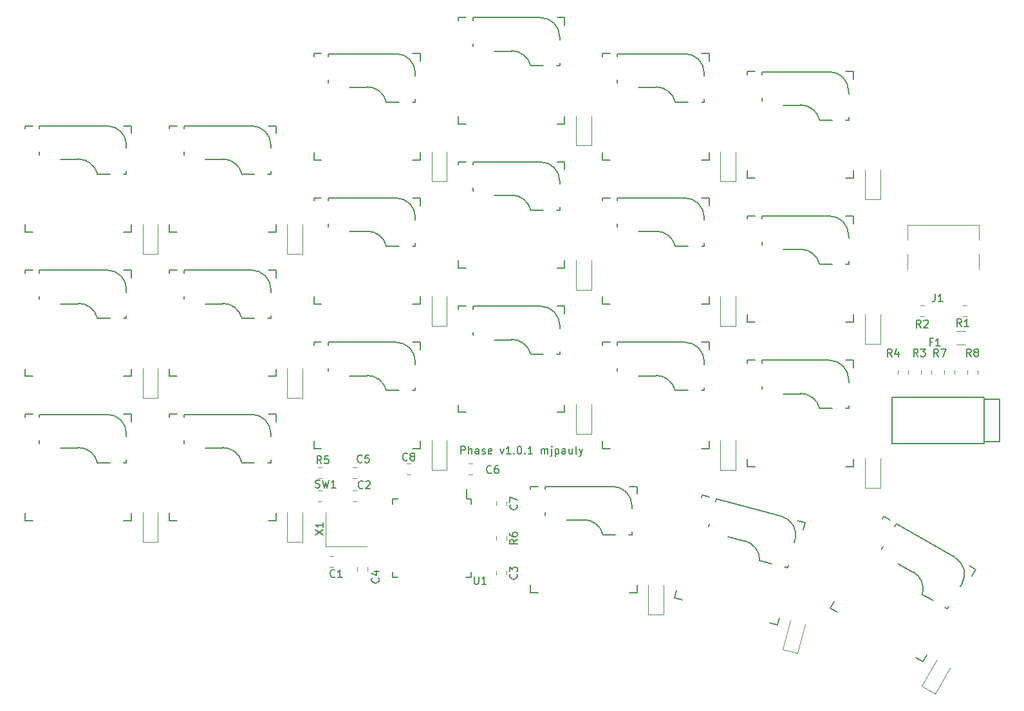
<source format=gbr>
%TF.GenerationSoftware,KiCad,Pcbnew,(5.1.10-1-10_14)*%
%TF.CreationDate,2022-01-29T17:31:24-08:00*%
%TF.ProjectId,phase,70686173-652e-46b6-9963-61645f706362,v1.0.1*%
%TF.SameCoordinates,Original*%
%TF.FileFunction,Legend,Top*%
%TF.FilePolarity,Positive*%
%FSLAX46Y46*%
G04 Gerber Fmt 4.6, Leading zero omitted, Abs format (unit mm)*
G04 Created by KiCad (PCBNEW (5.1.10-1-10_14)) date 2022-01-29 17:31:24*
%MOMM*%
%LPD*%
G01*
G04 APERTURE LIST*
%ADD10C,0.200000*%
%ADD11C,0.120000*%
%ADD12C,0.150000*%
G04 APERTURE END LIST*
D10*
X100378619Y-105227380D02*
X100378619Y-104227380D01*
X100759571Y-104227380D01*
X100854809Y-104275000D01*
X100902428Y-104322619D01*
X100950047Y-104417857D01*
X100950047Y-104560714D01*
X100902428Y-104655952D01*
X100854809Y-104703571D01*
X100759571Y-104751190D01*
X100378619Y-104751190D01*
X101378619Y-105227380D02*
X101378619Y-104227380D01*
X101807190Y-105227380D02*
X101807190Y-104703571D01*
X101759571Y-104608333D01*
X101664333Y-104560714D01*
X101521476Y-104560714D01*
X101426238Y-104608333D01*
X101378619Y-104655952D01*
X102711952Y-105227380D02*
X102711952Y-104703571D01*
X102664333Y-104608333D01*
X102569095Y-104560714D01*
X102378619Y-104560714D01*
X102283380Y-104608333D01*
X102711952Y-105179761D02*
X102616714Y-105227380D01*
X102378619Y-105227380D01*
X102283380Y-105179761D01*
X102235761Y-105084523D01*
X102235761Y-104989285D01*
X102283380Y-104894047D01*
X102378619Y-104846428D01*
X102616714Y-104846428D01*
X102711952Y-104798809D01*
X103140523Y-105179761D02*
X103235761Y-105227380D01*
X103426238Y-105227380D01*
X103521476Y-105179761D01*
X103569095Y-105084523D01*
X103569095Y-105036904D01*
X103521476Y-104941666D01*
X103426238Y-104894047D01*
X103283380Y-104894047D01*
X103188142Y-104846428D01*
X103140523Y-104751190D01*
X103140523Y-104703571D01*
X103188142Y-104608333D01*
X103283380Y-104560714D01*
X103426238Y-104560714D01*
X103521476Y-104608333D01*
X104378619Y-105179761D02*
X104283380Y-105227380D01*
X104092904Y-105227380D01*
X103997666Y-105179761D01*
X103950047Y-105084523D01*
X103950047Y-104703571D01*
X103997666Y-104608333D01*
X104092904Y-104560714D01*
X104283380Y-104560714D01*
X104378619Y-104608333D01*
X104426238Y-104703571D01*
X104426238Y-104798809D01*
X103950047Y-104894047D01*
X105521476Y-104560714D02*
X105759571Y-105227380D01*
X105997666Y-104560714D01*
X106902428Y-105227380D02*
X106331000Y-105227380D01*
X106616714Y-105227380D02*
X106616714Y-104227380D01*
X106521476Y-104370238D01*
X106426238Y-104465476D01*
X106331000Y-104513095D01*
X107331000Y-105132142D02*
X107378619Y-105179761D01*
X107331000Y-105227380D01*
X107283380Y-105179761D01*
X107331000Y-105132142D01*
X107331000Y-105227380D01*
X107997666Y-104227380D02*
X108092904Y-104227380D01*
X108188142Y-104275000D01*
X108235761Y-104322619D01*
X108283380Y-104417857D01*
X108331000Y-104608333D01*
X108331000Y-104846428D01*
X108283380Y-105036904D01*
X108235761Y-105132142D01*
X108188142Y-105179761D01*
X108092904Y-105227380D01*
X107997666Y-105227380D01*
X107902428Y-105179761D01*
X107854809Y-105132142D01*
X107807190Y-105036904D01*
X107759571Y-104846428D01*
X107759571Y-104608333D01*
X107807190Y-104417857D01*
X107854809Y-104322619D01*
X107902428Y-104275000D01*
X107997666Y-104227380D01*
X108759571Y-105132142D02*
X108807190Y-105179761D01*
X108759571Y-105227380D01*
X108711952Y-105179761D01*
X108759571Y-105132142D01*
X108759571Y-105227380D01*
X109759571Y-105227380D02*
X109188142Y-105227380D01*
X109473857Y-105227380D02*
X109473857Y-104227380D01*
X109378619Y-104370238D01*
X109283380Y-104465476D01*
X109188142Y-104513095D01*
X110950047Y-105227380D02*
X110950047Y-104560714D01*
X110950047Y-104655952D02*
X110997666Y-104608333D01*
X111092904Y-104560714D01*
X111235761Y-104560714D01*
X111331000Y-104608333D01*
X111378619Y-104703571D01*
X111378619Y-105227380D01*
X111378619Y-104703571D02*
X111426238Y-104608333D01*
X111521476Y-104560714D01*
X111664333Y-104560714D01*
X111759571Y-104608333D01*
X111807190Y-104703571D01*
X111807190Y-105227380D01*
X112283380Y-104560714D02*
X112283380Y-105417857D01*
X112235761Y-105513095D01*
X112140523Y-105560714D01*
X112092904Y-105560714D01*
X112283380Y-104227380D02*
X112235761Y-104275000D01*
X112283380Y-104322619D01*
X112331000Y-104275000D01*
X112283380Y-104227380D01*
X112283380Y-104322619D01*
X112759571Y-104560714D02*
X112759571Y-105560714D01*
X112759571Y-104608333D02*
X112854809Y-104560714D01*
X113045285Y-104560714D01*
X113140523Y-104608333D01*
X113188142Y-104655952D01*
X113235761Y-104751190D01*
X113235761Y-105036904D01*
X113188142Y-105132142D01*
X113140523Y-105179761D01*
X113045285Y-105227380D01*
X112854809Y-105227380D01*
X112759571Y-105179761D01*
X114092904Y-105227380D02*
X114092904Y-104703571D01*
X114045285Y-104608333D01*
X113950047Y-104560714D01*
X113759571Y-104560714D01*
X113664333Y-104608333D01*
X114092904Y-105179761D02*
X113997666Y-105227380D01*
X113759571Y-105227380D01*
X113664333Y-105179761D01*
X113616714Y-105084523D01*
X113616714Y-104989285D01*
X113664333Y-104894047D01*
X113759571Y-104846428D01*
X113997666Y-104846428D01*
X114092904Y-104798809D01*
X114997666Y-104560714D02*
X114997666Y-105227380D01*
X114569095Y-104560714D02*
X114569095Y-105084523D01*
X114616714Y-105179761D01*
X114711952Y-105227380D01*
X114854809Y-105227380D01*
X114950047Y-105179761D01*
X114997666Y-105132142D01*
X115616714Y-105227380D02*
X115521476Y-105179761D01*
X115473857Y-105084523D01*
X115473857Y-104227380D01*
X115902428Y-104560714D02*
X116140523Y-105227380D01*
X116378619Y-104560714D02*
X116140523Y-105227380D01*
X116045285Y-105465476D01*
X115997666Y-105513095D01*
X115902428Y-105560714D01*
D11*
%TO.C,D1*%
X58500000Y-78850000D02*
X58500000Y-74950000D01*
X60500000Y-78850000D02*
X60500000Y-74950000D01*
X58500000Y-78850000D02*
X60500000Y-78850000D01*
%TO.C,D2*%
X58500000Y-97850000D02*
X58500000Y-93950000D01*
X60500000Y-97850000D02*
X60500000Y-93950000D01*
X58500000Y-97850000D02*
X60500000Y-97850000D01*
%TO.C,D3*%
X58500000Y-116850000D02*
X58500000Y-112950000D01*
X60500000Y-116850000D02*
X60500000Y-112950000D01*
X58500000Y-116850000D02*
X60500000Y-116850000D01*
%TO.C,D4*%
X77500000Y-78850000D02*
X77500000Y-74950000D01*
X79500000Y-78850000D02*
X79500000Y-74950000D01*
X77500000Y-78850000D02*
X79500000Y-78850000D01*
%TO.C,D5*%
X77500000Y-97850000D02*
X77500000Y-93950000D01*
X79500000Y-97850000D02*
X79500000Y-93950000D01*
X77500000Y-97850000D02*
X79500000Y-97850000D01*
%TO.C,D6*%
X77500000Y-116850000D02*
X77500000Y-112950000D01*
X79500000Y-116850000D02*
X79500000Y-112950000D01*
X77500000Y-116850000D02*
X79500000Y-116850000D01*
%TO.C,D7*%
X96500000Y-69350000D02*
X96500000Y-65450000D01*
X98500000Y-69350000D02*
X98500000Y-65450000D01*
X96500000Y-69350000D02*
X98500000Y-69350000D01*
%TO.C,D8*%
X96500000Y-88350000D02*
X96500000Y-84450000D01*
X98500000Y-88350000D02*
X98500000Y-84450000D01*
X96500000Y-88350000D02*
X98500000Y-88350000D01*
%TO.C,D9*%
X96500000Y-107350000D02*
X96500000Y-103450000D01*
X98500000Y-107350000D02*
X98500000Y-103450000D01*
X96500000Y-107350000D02*
X98500000Y-107350000D01*
%TO.C,D10*%
X115500000Y-64600000D02*
X115500000Y-60700000D01*
X117500000Y-64600000D02*
X117500000Y-60700000D01*
X115500000Y-64600000D02*
X117500000Y-64600000D01*
%TO.C,D11*%
X115500000Y-83600000D02*
X115500000Y-79700000D01*
X117500000Y-83600000D02*
X117500000Y-79700000D01*
X115500000Y-83600000D02*
X117500000Y-83600000D01*
%TO.C,D12*%
X115500000Y-102600000D02*
X115500000Y-98700000D01*
X117500000Y-102600000D02*
X117500000Y-98700000D01*
X115500000Y-102600000D02*
X117500000Y-102600000D01*
%TO.C,D13*%
X125000000Y-126350000D02*
X125000000Y-122450000D01*
X127000000Y-126350000D02*
X127000000Y-122450000D01*
X125000000Y-126350000D02*
X127000000Y-126350000D01*
%TO.C,D14*%
X134500000Y-69350000D02*
X134500000Y-65450000D01*
X136500000Y-69350000D02*
X136500000Y-65450000D01*
X134500000Y-69350000D02*
X136500000Y-69350000D01*
%TO.C,D15*%
X134500000Y-88350000D02*
X134500000Y-84450000D01*
X136500000Y-88350000D02*
X136500000Y-84450000D01*
X134500000Y-88350000D02*
X136500000Y-88350000D01*
%TO.C,D16*%
X134500000Y-107350000D02*
X134500000Y-103450000D01*
X136500000Y-107350000D02*
X136500000Y-103450000D01*
X134500000Y-107350000D02*
X136500000Y-107350000D01*
%TO.C,D17*%
X142691731Y-130917514D02*
X143701126Y-127150403D01*
X144623583Y-131435152D02*
X145632977Y-127668041D01*
X142691731Y-130917514D02*
X144623583Y-131435152D01*
%TO.C,D18*%
X153500000Y-71725000D02*
X153500000Y-67825000D01*
X155500000Y-71725000D02*
X155500000Y-67825000D01*
X153500000Y-71725000D02*
X155500000Y-71725000D01*
%TO.C,D19*%
X153500000Y-90725000D02*
X153500000Y-86825000D01*
X155500000Y-90725000D02*
X155500000Y-86825000D01*
X153500000Y-90725000D02*
X155500000Y-90725000D01*
%TO.C,D20*%
X153500000Y-109725000D02*
X153500000Y-105825000D01*
X155500000Y-109725000D02*
X155500000Y-105825000D01*
X153500000Y-109725000D02*
X155500000Y-109725000D01*
%TO.C,D21*%
X160973975Y-135794557D02*
X162923975Y-132417058D01*
X162706025Y-136794557D02*
X164656025Y-133417058D01*
X160973975Y-135794557D02*
X162706025Y-136794557D01*
%TO.C,SW1*%
X82058252Y-111454000D02*
X81535748Y-111454000D01*
X82058252Y-110034000D02*
X81535748Y-110034000D01*
D12*
%TO.C,J2*%
X169164000Y-103874000D02*
X169164000Y-97774000D01*
X157064000Y-103874000D02*
X157064000Y-97774000D01*
X169164000Y-103874000D02*
X157064000Y-103874000D01*
X169164000Y-97774000D02*
X157064000Y-97774000D01*
X169164000Y-103624000D02*
X171164000Y-103624000D01*
X169164000Y-98024000D02*
X171164000Y-98024000D01*
X171164000Y-103624000D02*
X171164000Y-98024000D01*
D11*
%TO.C,C1*%
X83041748Y-118670000D02*
X83564252Y-118670000D01*
X83041748Y-120090000D02*
X83564252Y-120090000D01*
%TO.C,C2*%
X86612252Y-111454000D02*
X86089748Y-111454000D01*
X86612252Y-110034000D02*
X86089748Y-110034000D01*
%TO.C,C3*%
X106374000Y-120642748D02*
X106374000Y-121165252D01*
X104954000Y-120642748D02*
X104954000Y-121165252D01*
%TO.C,C4*%
X88086000Y-120125748D02*
X88086000Y-120648252D01*
X86666000Y-120125748D02*
X86666000Y-120648252D01*
%TO.C,C5*%
X86089748Y-106986000D02*
X86612252Y-106986000D01*
X86089748Y-108406000D02*
X86612252Y-108406000D01*
%TO.C,C6*%
X101852252Y-107898000D02*
X101329748Y-107898000D01*
X101852252Y-106478000D02*
X101329748Y-106478000D01*
%TO.C,C7*%
X104954000Y-112021252D02*
X104954000Y-111498748D01*
X106374000Y-112021252D02*
X106374000Y-111498748D01*
%TO.C,C8*%
X93742252Y-107898000D02*
X93219748Y-107898000D01*
X93742252Y-106478000D02*
X93219748Y-106478000D01*
%TO.C,F1*%
X165550436Y-90826000D02*
X166754564Y-90826000D01*
X165550436Y-89006000D02*
X166754564Y-89006000D01*
%TO.C,J1*%
X168530000Y-75094000D02*
X159130000Y-75094000D01*
X159130000Y-80894000D02*
X159130000Y-78894000D01*
X159130000Y-76994000D02*
X159130000Y-75094000D01*
X168530000Y-80894000D02*
X168530000Y-78894000D01*
X168530000Y-76994000D02*
X168530000Y-75094000D01*
D12*
%TO.C,K1*%
X43000000Y-62396000D02*
X43000000Y-62000000D01*
X43000000Y-62000000D02*
X44000000Y-62000000D01*
X44000000Y-76000000D02*
X43000000Y-76000000D01*
X43000000Y-76000000D02*
X43000000Y-75000000D01*
X57000000Y-75000000D02*
X57000000Y-76000000D01*
X57000000Y-76000000D02*
X56000000Y-76000000D01*
X56000000Y-62000000D02*
X57000000Y-62000000D01*
X57000000Y-62000000D02*
X57000000Y-63000000D01*
X53810000Y-62015000D02*
X44920000Y-62015000D01*
X44920000Y-62015000D02*
X44920000Y-62396000D01*
X44920000Y-65444000D02*
X44920000Y-65825000D01*
X47714000Y-66460000D02*
X50000000Y-66460000D01*
X52540000Y-68365000D02*
X54191000Y-68365000D01*
X55969000Y-68365000D02*
X56350000Y-68365000D01*
X56350000Y-68365000D02*
X56350000Y-67984000D01*
X56350000Y-64555000D02*
X56350000Y-64936000D01*
X50000001Y-66381829D02*
G75*
G02*
X52539999Y-68365001I-1J-2618171D01*
G01*
X53810000Y-62015000D02*
G75*
G02*
X56350000Y-64555000I0J-2540000D01*
G01*
%TO.C,K2*%
X43000000Y-81396000D02*
X43000000Y-81000000D01*
X43000000Y-81000000D02*
X44000000Y-81000000D01*
X44000000Y-95000000D02*
X43000000Y-95000000D01*
X43000000Y-95000000D02*
X43000000Y-94000000D01*
X57000000Y-94000000D02*
X57000000Y-95000000D01*
X57000000Y-95000000D02*
X56000000Y-95000000D01*
X56000000Y-81000000D02*
X57000000Y-81000000D01*
X57000000Y-81000000D02*
X57000000Y-82000000D01*
X53810000Y-81015000D02*
X44920000Y-81015000D01*
X44920000Y-81015000D02*
X44920000Y-81396000D01*
X44920000Y-84444000D02*
X44920000Y-84825000D01*
X47714000Y-85460000D02*
X50000000Y-85460000D01*
X52540000Y-87365000D02*
X54191000Y-87365000D01*
X55969000Y-87365000D02*
X56350000Y-87365000D01*
X56350000Y-87365000D02*
X56350000Y-86984000D01*
X56350000Y-83555000D02*
X56350000Y-83936000D01*
X50000001Y-85381829D02*
G75*
G02*
X52539999Y-87365001I-1J-2618171D01*
G01*
X53810000Y-81015000D02*
G75*
G02*
X56350000Y-83555000I0J-2540000D01*
G01*
%TO.C,K3*%
X43000000Y-100396000D02*
X43000000Y-100000000D01*
X43000000Y-100000000D02*
X44000000Y-100000000D01*
X44000000Y-114000000D02*
X43000000Y-114000000D01*
X43000000Y-114000000D02*
X43000000Y-113000000D01*
X57000000Y-113000000D02*
X57000000Y-114000000D01*
X57000000Y-114000000D02*
X56000000Y-114000000D01*
X56000000Y-100000000D02*
X57000000Y-100000000D01*
X57000000Y-100000000D02*
X57000000Y-101000000D01*
X53810000Y-100015000D02*
X44920000Y-100015000D01*
X44920000Y-100015000D02*
X44920000Y-100396000D01*
X44920000Y-103444000D02*
X44920000Y-103825000D01*
X47714000Y-104460000D02*
X50000000Y-104460000D01*
X52540000Y-106365000D02*
X54191000Y-106365000D01*
X55969000Y-106365000D02*
X56350000Y-106365000D01*
X56350000Y-106365000D02*
X56350000Y-105984000D01*
X56350000Y-102555000D02*
X56350000Y-102936000D01*
X50000001Y-104381829D02*
G75*
G02*
X52539999Y-106365001I-1J-2618171D01*
G01*
X53810000Y-100015000D02*
G75*
G02*
X56350000Y-102555000I0J-2540000D01*
G01*
%TO.C,K4*%
X62000000Y-62396000D02*
X62000000Y-62000000D01*
X62000000Y-62000000D02*
X63000000Y-62000000D01*
X63000000Y-76000000D02*
X62000000Y-76000000D01*
X62000000Y-76000000D02*
X62000000Y-75000000D01*
X76000000Y-75000000D02*
X76000000Y-76000000D01*
X76000000Y-76000000D02*
X75000000Y-76000000D01*
X75000000Y-62000000D02*
X76000000Y-62000000D01*
X76000000Y-62000000D02*
X76000000Y-63000000D01*
X72810000Y-62015000D02*
X63920000Y-62015000D01*
X63920000Y-62015000D02*
X63920000Y-62396000D01*
X63920000Y-65444000D02*
X63920000Y-65825000D01*
X66714000Y-66460000D02*
X69000000Y-66460000D01*
X71540000Y-68365000D02*
X73191000Y-68365000D01*
X74969000Y-68365000D02*
X75350000Y-68365000D01*
X75350000Y-68365000D02*
X75350000Y-67984000D01*
X75350000Y-64555000D02*
X75350000Y-64936000D01*
X69000001Y-66381829D02*
G75*
G02*
X71539999Y-68365001I-1J-2618171D01*
G01*
X72810000Y-62015000D02*
G75*
G02*
X75350000Y-64555000I0J-2540000D01*
G01*
%TO.C,K5*%
X62000000Y-81396000D02*
X62000000Y-81000000D01*
X62000000Y-81000000D02*
X63000000Y-81000000D01*
X63000000Y-95000000D02*
X62000000Y-95000000D01*
X62000000Y-95000000D02*
X62000000Y-94000000D01*
X76000000Y-94000000D02*
X76000000Y-95000000D01*
X76000000Y-95000000D02*
X75000000Y-95000000D01*
X75000000Y-81000000D02*
X76000000Y-81000000D01*
X76000000Y-81000000D02*
X76000000Y-82000000D01*
X72810000Y-81015000D02*
X63920000Y-81015000D01*
X63920000Y-81015000D02*
X63920000Y-81396000D01*
X63920000Y-84444000D02*
X63920000Y-84825000D01*
X66714000Y-85460000D02*
X69000000Y-85460000D01*
X71540000Y-87365000D02*
X73191000Y-87365000D01*
X74969000Y-87365000D02*
X75350000Y-87365000D01*
X75350000Y-87365000D02*
X75350000Y-86984000D01*
X75350000Y-83555000D02*
X75350000Y-83936000D01*
X69000001Y-85381829D02*
G75*
G02*
X71539999Y-87365001I-1J-2618171D01*
G01*
X72810000Y-81015000D02*
G75*
G02*
X75350000Y-83555000I0J-2540000D01*
G01*
%TO.C,K6*%
X62000000Y-100396000D02*
X62000000Y-100000000D01*
X62000000Y-100000000D02*
X63000000Y-100000000D01*
X63000000Y-114000000D02*
X62000000Y-114000000D01*
X62000000Y-114000000D02*
X62000000Y-113000000D01*
X76000000Y-113000000D02*
X76000000Y-114000000D01*
X76000000Y-114000000D02*
X75000000Y-114000000D01*
X75000000Y-100000000D02*
X76000000Y-100000000D01*
X76000000Y-100000000D02*
X76000000Y-101000000D01*
X72810000Y-100015000D02*
X63920000Y-100015000D01*
X63920000Y-100015000D02*
X63920000Y-100396000D01*
X63920000Y-103444000D02*
X63920000Y-103825000D01*
X66714000Y-104460000D02*
X69000000Y-104460000D01*
X71540000Y-106365000D02*
X73191000Y-106365000D01*
X74969000Y-106365000D02*
X75350000Y-106365000D01*
X75350000Y-106365000D02*
X75350000Y-105984000D01*
X75350000Y-102555000D02*
X75350000Y-102936000D01*
X69000001Y-104381829D02*
G75*
G02*
X71539999Y-106365001I-1J-2618171D01*
G01*
X72810000Y-100015000D02*
G75*
G02*
X75350000Y-102555000I0J-2540000D01*
G01*
%TO.C,K7*%
X81000000Y-52896000D02*
X81000000Y-52500000D01*
X81000000Y-52500000D02*
X82000000Y-52500000D01*
X82000000Y-66500000D02*
X81000000Y-66500000D01*
X81000000Y-66500000D02*
X81000000Y-65500000D01*
X95000000Y-65500000D02*
X95000000Y-66500000D01*
X95000000Y-66500000D02*
X94000000Y-66500000D01*
X94000000Y-52500000D02*
X95000000Y-52500000D01*
X95000000Y-52500000D02*
X95000000Y-53500000D01*
X91810000Y-52515000D02*
X82920000Y-52515000D01*
X82920000Y-52515000D02*
X82920000Y-52896000D01*
X82920000Y-55944000D02*
X82920000Y-56325000D01*
X85714000Y-56960000D02*
X88000000Y-56960000D01*
X90540000Y-58865000D02*
X92191000Y-58865000D01*
X93969000Y-58865000D02*
X94350000Y-58865000D01*
X94350000Y-58865000D02*
X94350000Y-58484000D01*
X94350000Y-55055000D02*
X94350000Y-55436000D01*
X88000001Y-56881829D02*
G75*
G02*
X90539999Y-58865001I-1J-2618171D01*
G01*
X91810000Y-52515000D02*
G75*
G02*
X94350000Y-55055000I0J-2540000D01*
G01*
%TO.C,K8*%
X81000000Y-71896000D02*
X81000000Y-71500000D01*
X81000000Y-71500000D02*
X82000000Y-71500000D01*
X82000000Y-85500000D02*
X81000000Y-85500000D01*
X81000000Y-85500000D02*
X81000000Y-84500000D01*
X95000000Y-84500000D02*
X95000000Y-85500000D01*
X95000000Y-85500000D02*
X94000000Y-85500000D01*
X94000000Y-71500000D02*
X95000000Y-71500000D01*
X95000000Y-71500000D02*
X95000000Y-72500000D01*
X91810000Y-71515000D02*
X82920000Y-71515000D01*
X82920000Y-71515000D02*
X82920000Y-71896000D01*
X82920000Y-74944000D02*
X82920000Y-75325000D01*
X85714000Y-75960000D02*
X88000000Y-75960000D01*
X90540000Y-77865000D02*
X92191000Y-77865000D01*
X93969000Y-77865000D02*
X94350000Y-77865000D01*
X94350000Y-77865000D02*
X94350000Y-77484000D01*
X94350000Y-74055000D02*
X94350000Y-74436000D01*
X88000001Y-75881829D02*
G75*
G02*
X90539999Y-77865001I-1J-2618171D01*
G01*
X91810000Y-71515000D02*
G75*
G02*
X94350000Y-74055000I0J-2540000D01*
G01*
%TO.C,K9*%
X81000000Y-90896000D02*
X81000000Y-90500000D01*
X81000000Y-90500000D02*
X82000000Y-90500000D01*
X82000000Y-104500000D02*
X81000000Y-104500000D01*
X81000000Y-104500000D02*
X81000000Y-103500000D01*
X95000000Y-103500000D02*
X95000000Y-104500000D01*
X95000000Y-104500000D02*
X94000000Y-104500000D01*
X94000000Y-90500000D02*
X95000000Y-90500000D01*
X95000000Y-90500000D02*
X95000000Y-91500000D01*
X91810000Y-90515000D02*
X82920000Y-90515000D01*
X82920000Y-90515000D02*
X82920000Y-90896000D01*
X82920000Y-93944000D02*
X82920000Y-94325000D01*
X85714000Y-94960000D02*
X88000000Y-94960000D01*
X90540000Y-96865000D02*
X92191000Y-96865000D01*
X93969000Y-96865000D02*
X94350000Y-96865000D01*
X94350000Y-96865000D02*
X94350000Y-96484000D01*
X94350000Y-93055000D02*
X94350000Y-93436000D01*
X88000001Y-94881829D02*
G75*
G02*
X90539999Y-96865001I-1J-2618171D01*
G01*
X91810000Y-90515000D02*
G75*
G02*
X94350000Y-93055000I0J-2540000D01*
G01*
%TO.C,K10*%
X100000000Y-48146000D02*
X100000000Y-47750000D01*
X100000000Y-47750000D02*
X101000000Y-47750000D01*
X101000000Y-61750000D02*
X100000000Y-61750000D01*
X100000000Y-61750000D02*
X100000000Y-60750000D01*
X114000000Y-60750000D02*
X114000000Y-61750000D01*
X114000000Y-61750000D02*
X113000000Y-61750000D01*
X113000000Y-47750000D02*
X114000000Y-47750000D01*
X114000000Y-47750000D02*
X114000000Y-48750000D01*
X110810000Y-47765000D02*
X101920000Y-47765000D01*
X101920000Y-47765000D02*
X101920000Y-48146000D01*
X101920000Y-51194000D02*
X101920000Y-51575000D01*
X104714000Y-52210000D02*
X107000000Y-52210000D01*
X109540000Y-54115000D02*
X111191000Y-54115000D01*
X112969000Y-54115000D02*
X113350000Y-54115000D01*
X113350000Y-54115000D02*
X113350000Y-53734000D01*
X113350000Y-50305000D02*
X113350000Y-50686000D01*
X107000001Y-52131829D02*
G75*
G02*
X109539999Y-54115001I-1J-2618171D01*
G01*
X110810000Y-47765000D02*
G75*
G02*
X113350000Y-50305000I0J-2540000D01*
G01*
%TO.C,K11*%
X100000000Y-67146000D02*
X100000000Y-66750000D01*
X100000000Y-66750000D02*
X101000000Y-66750000D01*
X101000000Y-80750000D02*
X100000000Y-80750000D01*
X100000000Y-80750000D02*
X100000000Y-79750000D01*
X114000000Y-79750000D02*
X114000000Y-80750000D01*
X114000000Y-80750000D02*
X113000000Y-80750000D01*
X113000000Y-66750000D02*
X114000000Y-66750000D01*
X114000000Y-66750000D02*
X114000000Y-67750000D01*
X110810000Y-66765000D02*
X101920000Y-66765000D01*
X101920000Y-66765000D02*
X101920000Y-67146000D01*
X101920000Y-70194000D02*
X101920000Y-70575000D01*
X104714000Y-71210000D02*
X107000000Y-71210000D01*
X109540000Y-73115000D02*
X111191000Y-73115000D01*
X112969000Y-73115000D02*
X113350000Y-73115000D01*
X113350000Y-73115000D02*
X113350000Y-72734000D01*
X113350000Y-69305000D02*
X113350000Y-69686000D01*
X107000001Y-71131829D02*
G75*
G02*
X109539999Y-73115001I-1J-2618171D01*
G01*
X110810000Y-66765000D02*
G75*
G02*
X113350000Y-69305000I0J-2540000D01*
G01*
%TO.C,K12*%
X100000000Y-86146000D02*
X100000000Y-85750000D01*
X100000000Y-85750000D02*
X101000000Y-85750000D01*
X101000000Y-99750000D02*
X100000000Y-99750000D01*
X100000000Y-99750000D02*
X100000000Y-98750000D01*
X114000000Y-98750000D02*
X114000000Y-99750000D01*
X114000000Y-99750000D02*
X113000000Y-99750000D01*
X113000000Y-85750000D02*
X114000000Y-85750000D01*
X114000000Y-85750000D02*
X114000000Y-86750000D01*
X110810000Y-85765000D02*
X101920000Y-85765000D01*
X101920000Y-85765000D02*
X101920000Y-86146000D01*
X101920000Y-89194000D02*
X101920000Y-89575000D01*
X104714000Y-90210000D02*
X107000000Y-90210000D01*
X109540000Y-92115000D02*
X111191000Y-92115000D01*
X112969000Y-92115000D02*
X113350000Y-92115000D01*
X113350000Y-92115000D02*
X113350000Y-91734000D01*
X113350000Y-88305000D02*
X113350000Y-88686000D01*
X107000001Y-90131829D02*
G75*
G02*
X109539999Y-92115001I-1J-2618171D01*
G01*
X110810000Y-85765000D02*
G75*
G02*
X113350000Y-88305000I0J-2540000D01*
G01*
%TO.C,K13*%
X109500000Y-109896000D02*
X109500000Y-109500000D01*
X109500000Y-109500000D02*
X110500000Y-109500000D01*
X110500000Y-123500000D02*
X109500000Y-123500000D01*
X109500000Y-123500000D02*
X109500000Y-122500000D01*
X123500000Y-122500000D02*
X123500000Y-123500000D01*
X123500000Y-123500000D02*
X122500000Y-123500000D01*
X122500000Y-109500000D02*
X123500000Y-109500000D01*
X123500000Y-109500000D02*
X123500000Y-110500000D01*
X120310000Y-109515000D02*
X111420000Y-109515000D01*
X111420000Y-109515000D02*
X111420000Y-109896000D01*
X111420000Y-112944000D02*
X111420000Y-113325000D01*
X114214000Y-113960000D02*
X116500000Y-113960000D01*
X119040000Y-115865000D02*
X120691000Y-115865000D01*
X122469000Y-115865000D02*
X122850000Y-115865000D01*
X122850000Y-115865000D02*
X122850000Y-115484000D01*
X122850000Y-112055000D02*
X122850000Y-112436000D01*
X116500001Y-113881829D02*
G75*
G02*
X119039999Y-115865001I-1J-2618171D01*
G01*
X120310000Y-109515000D02*
G75*
G02*
X122850000Y-112055000I0J-2540000D01*
G01*
%TO.C,K14*%
X119000000Y-52896000D02*
X119000000Y-52500000D01*
X119000000Y-52500000D02*
X120000000Y-52500000D01*
X120000000Y-66500000D02*
X119000000Y-66500000D01*
X119000000Y-66500000D02*
X119000000Y-65500000D01*
X133000000Y-65500000D02*
X133000000Y-66500000D01*
X133000000Y-66500000D02*
X132000000Y-66500000D01*
X132000000Y-52500000D02*
X133000000Y-52500000D01*
X133000000Y-52500000D02*
X133000000Y-53500000D01*
X129810000Y-52515000D02*
X120920000Y-52515000D01*
X120920000Y-52515000D02*
X120920000Y-52896000D01*
X120920000Y-55944000D02*
X120920000Y-56325000D01*
X123714000Y-56960000D02*
X126000000Y-56960000D01*
X128540000Y-58865000D02*
X130191000Y-58865000D01*
X131969000Y-58865000D02*
X132350000Y-58865000D01*
X132350000Y-58865000D02*
X132350000Y-58484000D01*
X132350000Y-55055000D02*
X132350000Y-55436000D01*
X126000001Y-56881829D02*
G75*
G02*
X128539999Y-58865001I-1J-2618171D01*
G01*
X129810000Y-52515000D02*
G75*
G02*
X132350000Y-55055000I0J-2540000D01*
G01*
%TO.C,K15*%
X119000000Y-71896000D02*
X119000000Y-71500000D01*
X119000000Y-71500000D02*
X120000000Y-71500000D01*
X120000000Y-85500000D02*
X119000000Y-85500000D01*
X119000000Y-85500000D02*
X119000000Y-84500000D01*
X133000000Y-84500000D02*
X133000000Y-85500000D01*
X133000000Y-85500000D02*
X132000000Y-85500000D01*
X132000000Y-71500000D02*
X133000000Y-71500000D01*
X133000000Y-71500000D02*
X133000000Y-72500000D01*
X129810000Y-71515000D02*
X120920000Y-71515000D01*
X120920000Y-71515000D02*
X120920000Y-71896000D01*
X120920000Y-74944000D02*
X120920000Y-75325000D01*
X123714000Y-75960000D02*
X126000000Y-75960000D01*
X128540000Y-77865000D02*
X130191000Y-77865000D01*
X131969000Y-77865000D02*
X132350000Y-77865000D01*
X132350000Y-77865000D02*
X132350000Y-77484000D01*
X132350000Y-74055000D02*
X132350000Y-74436000D01*
X126000001Y-75881829D02*
G75*
G02*
X128539999Y-77865001I-1J-2618171D01*
G01*
X129810000Y-71515000D02*
G75*
G02*
X132350000Y-74055000I0J-2540000D01*
G01*
%TO.C,K16*%
X119000000Y-90896000D02*
X119000000Y-90500000D01*
X119000000Y-90500000D02*
X120000000Y-90500000D01*
X120000000Y-104500000D02*
X119000000Y-104500000D01*
X119000000Y-104500000D02*
X119000000Y-103500000D01*
X133000000Y-103500000D02*
X133000000Y-104500000D01*
X133000000Y-104500000D02*
X132000000Y-104500000D01*
X132000000Y-90500000D02*
X133000000Y-90500000D01*
X133000000Y-90500000D02*
X133000000Y-91500000D01*
X129810000Y-90515000D02*
X120920000Y-90515000D01*
X120920000Y-90515000D02*
X120920000Y-90896000D01*
X120920000Y-93944000D02*
X120920000Y-94325000D01*
X123714000Y-94960000D02*
X126000000Y-94960000D01*
X128540000Y-96865000D02*
X130191000Y-96865000D01*
X131969000Y-96865000D02*
X132350000Y-96865000D01*
X132350000Y-96865000D02*
X132350000Y-96484000D01*
X132350000Y-93055000D02*
X132350000Y-93436000D01*
X126000001Y-94881829D02*
G75*
G02*
X128539999Y-96865001I-1J-2618171D01*
G01*
X129810000Y-90515000D02*
G75*
G02*
X132350000Y-93055000I0J-2540000D01*
G01*
%TO.C,K17*%
X131978760Y-111012293D02*
X132081253Y-110629786D01*
X132081253Y-110629786D02*
X133047178Y-110888605D01*
X129423712Y-124411567D02*
X128457786Y-124152747D01*
X128457786Y-124152747D02*
X128716605Y-123186822D01*
X142239567Y-126810288D02*
X141980747Y-127776214D01*
X141980747Y-127776214D02*
X141014822Y-127517395D01*
X144638288Y-113994433D02*
X145604214Y-114253253D01*
X145604214Y-114253253D02*
X145345395Y-115219178D01*
X142519028Y-113442109D02*
X133931948Y-111141207D01*
X133931948Y-111141207D02*
X133833338Y-111509225D01*
X133044457Y-114453367D02*
X132945847Y-114821385D01*
X135480294Y-116157888D02*
X137688400Y-116749548D01*
X139648802Y-119247037D02*
X141243545Y-119674348D01*
X142960961Y-120134528D02*
X143328979Y-120233138D01*
X143328979Y-120233138D02*
X143427589Y-119865120D01*
X144315080Y-116552961D02*
X144216470Y-116920978D01*
X137708633Y-116674042D02*
G75*
G02*
X139648800Y-119247038I-677633J-2528958D01*
G01*
X142519029Y-113442108D02*
G75*
G02*
X144315080Y-116552961I-657401J-2453452D01*
G01*
%TO.C,K18*%
X138000000Y-55271000D02*
X138000000Y-54875000D01*
X138000000Y-54875000D02*
X139000000Y-54875000D01*
X139000000Y-68875000D02*
X138000000Y-68875000D01*
X138000000Y-68875000D02*
X138000000Y-67875000D01*
X152000000Y-67875000D02*
X152000000Y-68875000D01*
X152000000Y-68875000D02*
X151000000Y-68875000D01*
X151000000Y-54875000D02*
X152000000Y-54875000D01*
X152000000Y-54875000D02*
X152000000Y-55875000D01*
X148810000Y-54890000D02*
X139920000Y-54890000D01*
X139920000Y-54890000D02*
X139920000Y-55271000D01*
X139920000Y-58319000D02*
X139920000Y-58700000D01*
X142714000Y-59335000D02*
X145000000Y-59335000D01*
X147540000Y-61240000D02*
X149191000Y-61240000D01*
X150969000Y-61240000D02*
X151350000Y-61240000D01*
X151350000Y-61240000D02*
X151350000Y-60859000D01*
X151350000Y-57430000D02*
X151350000Y-57811000D01*
X145000001Y-59256829D02*
G75*
G02*
X147539999Y-61240001I-1J-2618171D01*
G01*
X148810000Y-54890000D02*
G75*
G02*
X151350000Y-57430000I0J-2540000D01*
G01*
%TO.C,K19*%
X138000000Y-74271000D02*
X138000000Y-73875000D01*
X138000000Y-73875000D02*
X139000000Y-73875000D01*
X139000000Y-87875000D02*
X138000000Y-87875000D01*
X138000000Y-87875000D02*
X138000000Y-86875000D01*
X152000000Y-86875000D02*
X152000000Y-87875000D01*
X152000000Y-87875000D02*
X151000000Y-87875000D01*
X151000000Y-73875000D02*
X152000000Y-73875000D01*
X152000000Y-73875000D02*
X152000000Y-74875000D01*
X148810000Y-73890000D02*
X139920000Y-73890000D01*
X139920000Y-73890000D02*
X139920000Y-74271000D01*
X139920000Y-77319000D02*
X139920000Y-77700000D01*
X142714000Y-78335000D02*
X145000000Y-78335000D01*
X147540000Y-80240000D02*
X149191000Y-80240000D01*
X150969000Y-80240000D02*
X151350000Y-80240000D01*
X151350000Y-80240000D02*
X151350000Y-79859000D01*
X151350000Y-76430000D02*
X151350000Y-76811000D01*
X145000001Y-78256829D02*
G75*
G02*
X147539999Y-80240001I-1J-2618171D01*
G01*
X148810000Y-73890000D02*
G75*
G02*
X151350000Y-76430000I0J-2540000D01*
G01*
%TO.C,K20*%
X138000000Y-93271000D02*
X138000000Y-92875000D01*
X138000000Y-92875000D02*
X139000000Y-92875000D01*
X139000000Y-106875000D02*
X138000000Y-106875000D01*
X138000000Y-106875000D02*
X138000000Y-105875000D01*
X152000000Y-105875000D02*
X152000000Y-106875000D01*
X152000000Y-106875000D02*
X151000000Y-106875000D01*
X151000000Y-92875000D02*
X152000000Y-92875000D01*
X152000000Y-92875000D02*
X152000000Y-93875000D01*
X148810000Y-92890000D02*
X139920000Y-92890000D01*
X139920000Y-92890000D02*
X139920000Y-93271000D01*
X139920000Y-96319000D02*
X139920000Y-96700000D01*
X142714000Y-97335000D02*
X145000000Y-97335000D01*
X147540000Y-99240000D02*
X149191000Y-99240000D01*
X150969000Y-99240000D02*
X151350000Y-99240000D01*
X151350000Y-99240000D02*
X151350000Y-98859000D01*
X151350000Y-95430000D02*
X151350000Y-95811000D01*
X145000001Y-97256829D02*
G75*
G02*
X147539999Y-99240001I-1J-2618171D01*
G01*
X148810000Y-92890000D02*
G75*
G02*
X151350000Y-95430000I0J-2540000D01*
G01*
%TO.C,K21*%
X155777822Y-113794768D02*
X155975822Y-113451822D01*
X155975822Y-113451822D02*
X156841848Y-113951822D01*
X149841848Y-126076178D02*
X148975822Y-125576178D01*
X148975822Y-125576178D02*
X149475822Y-124710152D01*
X161600178Y-131710152D02*
X161100178Y-132576178D01*
X161100178Y-132576178D02*
X160234152Y-132076178D01*
X167234152Y-119951822D02*
X168100178Y-120451822D01*
X168100178Y-120451822D02*
X167600178Y-121317848D01*
X165330057Y-118869813D02*
X157631091Y-114424813D01*
X157631091Y-114424813D02*
X157440591Y-114754768D01*
X155916591Y-117394414D02*
X155726091Y-117724369D01*
X157828266Y-119671295D02*
X159808000Y-120814295D01*
X161055205Y-123734074D02*
X162485012Y-124559574D01*
X164024806Y-125448574D02*
X164354761Y-125639074D01*
X164354761Y-125639074D02*
X164545261Y-125309118D01*
X166259761Y-122339517D02*
X166069261Y-122669473D01*
X159847086Y-120746598D02*
G75*
G02*
X161055203Y-123734074I-1309086J-2267402D01*
G01*
X165330057Y-118869813D02*
G75*
G02*
X166259761Y-122339517I-1270000J-2199704D01*
G01*
D11*
%TO.C,R1*%
X166885252Y-87070000D02*
X166362748Y-87070000D01*
X166885252Y-85650000D02*
X166362748Y-85650000D01*
%TO.C,R2*%
X160765748Y-85650000D02*
X161288252Y-85650000D01*
X160765748Y-87070000D02*
X161288252Y-87070000D01*
%TO.C,R3*%
X160834000Y-94758252D02*
X160834000Y-94235748D01*
X162254000Y-94758252D02*
X162254000Y-94235748D01*
%TO.C,R4*%
X157786000Y-94740252D02*
X157786000Y-94217748D01*
X159206000Y-94740252D02*
X159206000Y-94217748D01*
%TO.C,R5*%
X81535748Y-106986000D02*
X82058252Y-106986000D01*
X81535748Y-108406000D02*
X82058252Y-108406000D01*
%TO.C,R6*%
X106374000Y-116061748D02*
X106374000Y-116584252D01*
X104954000Y-116061748D02*
X104954000Y-116584252D01*
%TO.C,R7*%
X163882000Y-94758252D02*
X163882000Y-94235748D01*
X165302000Y-94758252D02*
X165302000Y-94235748D01*
%TO.C,R8*%
X166930000Y-94758252D02*
X166930000Y-94235748D01*
X168350000Y-94758252D02*
X168350000Y-94235748D01*
D12*
%TO.C,U1*%
X101695000Y-111157000D02*
X101120000Y-111157000D01*
X101695000Y-121507000D02*
X101020000Y-121507000D01*
X91345000Y-121507000D02*
X92020000Y-121507000D01*
X91345000Y-111157000D02*
X92020000Y-111157000D01*
X101695000Y-111157000D02*
X101695000Y-111832000D01*
X91345000Y-111157000D02*
X91345000Y-111832000D01*
X91345000Y-121507000D02*
X91345000Y-120832000D01*
X101695000Y-121507000D02*
X101695000Y-120832000D01*
X101120000Y-111157000D02*
X101120000Y-109882000D01*
D11*
%TO.C,X1*%
X82570000Y-112932000D02*
X82570000Y-117432000D01*
X82570000Y-117432000D02*
X87970000Y-117432000D01*
%TO.C,SW1*%
D12*
X81216666Y-109624761D02*
X81359523Y-109672380D01*
X81597619Y-109672380D01*
X81692857Y-109624761D01*
X81740476Y-109577142D01*
X81788095Y-109481904D01*
X81788095Y-109386666D01*
X81740476Y-109291428D01*
X81692857Y-109243809D01*
X81597619Y-109196190D01*
X81407142Y-109148571D01*
X81311904Y-109100952D01*
X81264285Y-109053333D01*
X81216666Y-108958095D01*
X81216666Y-108862857D01*
X81264285Y-108767619D01*
X81311904Y-108720000D01*
X81407142Y-108672380D01*
X81645238Y-108672380D01*
X81788095Y-108720000D01*
X82121428Y-108672380D02*
X82359523Y-109672380D01*
X82550000Y-108958095D01*
X82740476Y-109672380D01*
X82978571Y-108672380D01*
X83883333Y-109672380D02*
X83311904Y-109672380D01*
X83597619Y-109672380D02*
X83597619Y-108672380D01*
X83502380Y-108815238D01*
X83407142Y-108910476D01*
X83311904Y-108958095D01*
%TO.C,C1*%
X83780333Y-121388142D02*
X83732714Y-121435761D01*
X83589857Y-121483380D01*
X83494619Y-121483380D01*
X83351761Y-121435761D01*
X83256523Y-121340523D01*
X83208904Y-121245285D01*
X83161285Y-121054809D01*
X83161285Y-120911952D01*
X83208904Y-120721476D01*
X83256523Y-120626238D01*
X83351761Y-120531000D01*
X83494619Y-120483380D01*
X83589857Y-120483380D01*
X83732714Y-120531000D01*
X83780333Y-120578619D01*
X84732714Y-121483380D02*
X84161285Y-121483380D01*
X84447000Y-121483380D02*
X84447000Y-120483380D01*
X84351761Y-120626238D01*
X84256523Y-120721476D01*
X84161285Y-120769095D01*
%TO.C,C2*%
X87463333Y-109704142D02*
X87415714Y-109751761D01*
X87272857Y-109799380D01*
X87177619Y-109799380D01*
X87034761Y-109751761D01*
X86939523Y-109656523D01*
X86891904Y-109561285D01*
X86844285Y-109370809D01*
X86844285Y-109227952D01*
X86891904Y-109037476D01*
X86939523Y-108942238D01*
X87034761Y-108847000D01*
X87177619Y-108799380D01*
X87272857Y-108799380D01*
X87415714Y-108847000D01*
X87463333Y-108894619D01*
X87844285Y-108894619D02*
X87891904Y-108847000D01*
X87987142Y-108799380D01*
X88225238Y-108799380D01*
X88320476Y-108847000D01*
X88368095Y-108894619D01*
X88415714Y-108989857D01*
X88415714Y-109085095D01*
X88368095Y-109227952D01*
X87796666Y-109799380D01*
X88415714Y-109799380D01*
%TO.C,C3*%
X107671142Y-121070666D02*
X107718761Y-121118285D01*
X107766380Y-121261142D01*
X107766380Y-121356380D01*
X107718761Y-121499238D01*
X107623523Y-121594476D01*
X107528285Y-121642095D01*
X107337809Y-121689714D01*
X107194952Y-121689714D01*
X107004476Y-121642095D01*
X106909238Y-121594476D01*
X106814000Y-121499238D01*
X106766380Y-121356380D01*
X106766380Y-121261142D01*
X106814000Y-121118285D01*
X106861619Y-121070666D01*
X106766380Y-120737333D02*
X106766380Y-120118285D01*
X107147333Y-120451619D01*
X107147333Y-120308761D01*
X107194952Y-120213523D01*
X107242571Y-120165904D01*
X107337809Y-120118285D01*
X107575904Y-120118285D01*
X107671142Y-120165904D01*
X107718761Y-120213523D01*
X107766380Y-120308761D01*
X107766380Y-120594476D01*
X107718761Y-120689714D01*
X107671142Y-120737333D01*
%TO.C,C4*%
X89511142Y-121578666D02*
X89558761Y-121626285D01*
X89606380Y-121769142D01*
X89606380Y-121864380D01*
X89558761Y-122007238D01*
X89463523Y-122102476D01*
X89368285Y-122150095D01*
X89177809Y-122197714D01*
X89034952Y-122197714D01*
X88844476Y-122150095D01*
X88749238Y-122102476D01*
X88654000Y-122007238D01*
X88606380Y-121864380D01*
X88606380Y-121769142D01*
X88654000Y-121626285D01*
X88701619Y-121578666D01*
X88939714Y-120721523D02*
X89606380Y-120721523D01*
X88558761Y-120959619D02*
X89273047Y-121197714D01*
X89273047Y-120578666D01*
%TO.C,C5*%
X87336333Y-106275142D02*
X87288714Y-106322761D01*
X87145857Y-106370380D01*
X87050619Y-106370380D01*
X86907761Y-106322761D01*
X86812523Y-106227523D01*
X86764904Y-106132285D01*
X86717285Y-105941809D01*
X86717285Y-105798952D01*
X86764904Y-105608476D01*
X86812523Y-105513238D01*
X86907761Y-105418000D01*
X87050619Y-105370380D01*
X87145857Y-105370380D01*
X87288714Y-105418000D01*
X87336333Y-105465619D01*
X88241095Y-105370380D02*
X87764904Y-105370380D01*
X87717285Y-105846571D01*
X87764904Y-105798952D01*
X87860142Y-105751333D01*
X88098238Y-105751333D01*
X88193476Y-105798952D01*
X88241095Y-105846571D01*
X88288714Y-105941809D01*
X88288714Y-106179904D01*
X88241095Y-106275142D01*
X88193476Y-106322761D01*
X88098238Y-106370380D01*
X87860142Y-106370380D01*
X87764904Y-106322761D01*
X87717285Y-106275142D01*
%TO.C,C6*%
X104354333Y-107672142D02*
X104306714Y-107719761D01*
X104163857Y-107767380D01*
X104068619Y-107767380D01*
X103925761Y-107719761D01*
X103830523Y-107624523D01*
X103782904Y-107529285D01*
X103735285Y-107338809D01*
X103735285Y-107195952D01*
X103782904Y-107005476D01*
X103830523Y-106910238D01*
X103925761Y-106815000D01*
X104068619Y-106767380D01*
X104163857Y-106767380D01*
X104306714Y-106815000D01*
X104354333Y-106862619D01*
X105211476Y-106767380D02*
X105021000Y-106767380D01*
X104925761Y-106815000D01*
X104878142Y-106862619D01*
X104782904Y-107005476D01*
X104735285Y-107195952D01*
X104735285Y-107576904D01*
X104782904Y-107672142D01*
X104830523Y-107719761D01*
X104925761Y-107767380D01*
X105116238Y-107767380D01*
X105211476Y-107719761D01*
X105259095Y-107672142D01*
X105306714Y-107576904D01*
X105306714Y-107338809D01*
X105259095Y-107243571D01*
X105211476Y-107195952D01*
X105116238Y-107148333D01*
X104925761Y-107148333D01*
X104830523Y-107195952D01*
X104782904Y-107243571D01*
X104735285Y-107338809D01*
%TO.C,C7*%
X107672142Y-111926666D02*
X107719761Y-111974285D01*
X107767380Y-112117142D01*
X107767380Y-112212380D01*
X107719761Y-112355238D01*
X107624523Y-112450476D01*
X107529285Y-112498095D01*
X107338809Y-112545714D01*
X107195952Y-112545714D01*
X107005476Y-112498095D01*
X106910238Y-112450476D01*
X106815000Y-112355238D01*
X106767380Y-112212380D01*
X106767380Y-112117142D01*
X106815000Y-111974285D01*
X106862619Y-111926666D01*
X106767380Y-111593333D02*
X106767380Y-110926666D01*
X107767380Y-111355238D01*
%TO.C,C8*%
X93305333Y-106021142D02*
X93257714Y-106068761D01*
X93114857Y-106116380D01*
X93019619Y-106116380D01*
X92876761Y-106068761D01*
X92781523Y-105973523D01*
X92733904Y-105878285D01*
X92686285Y-105687809D01*
X92686285Y-105544952D01*
X92733904Y-105354476D01*
X92781523Y-105259238D01*
X92876761Y-105164000D01*
X93019619Y-105116380D01*
X93114857Y-105116380D01*
X93257714Y-105164000D01*
X93305333Y-105211619D01*
X93876761Y-105544952D02*
X93781523Y-105497333D01*
X93733904Y-105449714D01*
X93686285Y-105354476D01*
X93686285Y-105306857D01*
X93733904Y-105211619D01*
X93781523Y-105164000D01*
X93876761Y-105116380D01*
X94067238Y-105116380D01*
X94162476Y-105164000D01*
X94210095Y-105211619D01*
X94257714Y-105306857D01*
X94257714Y-105354476D01*
X94210095Y-105449714D01*
X94162476Y-105497333D01*
X94067238Y-105544952D01*
X93876761Y-105544952D01*
X93781523Y-105592571D01*
X93733904Y-105640190D01*
X93686285Y-105735428D01*
X93686285Y-105925904D01*
X93733904Y-106021142D01*
X93781523Y-106068761D01*
X93876761Y-106116380D01*
X94067238Y-106116380D01*
X94162476Y-106068761D01*
X94210095Y-106021142D01*
X94257714Y-105925904D01*
X94257714Y-105735428D01*
X94210095Y-105640190D01*
X94162476Y-105592571D01*
X94067238Y-105544952D01*
%TO.C,F1*%
X162353666Y-90479571D02*
X162020333Y-90479571D01*
X162020333Y-91003380D02*
X162020333Y-90003380D01*
X162496523Y-90003380D01*
X163401285Y-91003380D02*
X162829857Y-91003380D01*
X163115571Y-91003380D02*
X163115571Y-90003380D01*
X163020333Y-90146238D01*
X162925095Y-90241476D01*
X162829857Y-90289095D01*
%TO.C,J1*%
X162734666Y-84161380D02*
X162734666Y-84875666D01*
X162687047Y-85018523D01*
X162591809Y-85113761D01*
X162448952Y-85161380D01*
X162353714Y-85161380D01*
X163734666Y-85161380D02*
X163163238Y-85161380D01*
X163448952Y-85161380D02*
X163448952Y-84161380D01*
X163353714Y-84304238D01*
X163258476Y-84399476D01*
X163163238Y-84447095D01*
%TO.C,R1*%
X166203333Y-88462380D02*
X165870000Y-87986190D01*
X165631904Y-88462380D02*
X165631904Y-87462380D01*
X166012857Y-87462380D01*
X166108095Y-87510000D01*
X166155714Y-87557619D01*
X166203333Y-87652857D01*
X166203333Y-87795714D01*
X166155714Y-87890952D01*
X166108095Y-87938571D01*
X166012857Y-87986190D01*
X165631904Y-87986190D01*
X167155714Y-88462380D02*
X166584285Y-88462380D01*
X166870000Y-88462380D02*
X166870000Y-87462380D01*
X166774761Y-87605238D01*
X166679523Y-87700476D01*
X166584285Y-87748095D01*
%TO.C,R2*%
X160860333Y-88590380D02*
X160527000Y-88114190D01*
X160288904Y-88590380D02*
X160288904Y-87590380D01*
X160669857Y-87590380D01*
X160765095Y-87638000D01*
X160812714Y-87685619D01*
X160860333Y-87780857D01*
X160860333Y-87923714D01*
X160812714Y-88018952D01*
X160765095Y-88066571D01*
X160669857Y-88114190D01*
X160288904Y-88114190D01*
X161241285Y-87685619D02*
X161288904Y-87638000D01*
X161384142Y-87590380D01*
X161622238Y-87590380D01*
X161717476Y-87638000D01*
X161765095Y-87685619D01*
X161812714Y-87780857D01*
X161812714Y-87876095D01*
X161765095Y-88018952D01*
X161193666Y-88590380D01*
X161812714Y-88590380D01*
%TO.C,R3*%
X160488333Y-92400380D02*
X160155000Y-91924190D01*
X159916904Y-92400380D02*
X159916904Y-91400380D01*
X160297857Y-91400380D01*
X160393095Y-91448000D01*
X160440714Y-91495619D01*
X160488333Y-91590857D01*
X160488333Y-91733714D01*
X160440714Y-91828952D01*
X160393095Y-91876571D01*
X160297857Y-91924190D01*
X159916904Y-91924190D01*
X160821666Y-91400380D02*
X161440714Y-91400380D01*
X161107380Y-91781333D01*
X161250238Y-91781333D01*
X161345476Y-91828952D01*
X161393095Y-91876571D01*
X161440714Y-91971809D01*
X161440714Y-92209904D01*
X161393095Y-92305142D01*
X161345476Y-92352761D01*
X161250238Y-92400380D01*
X160964523Y-92400380D01*
X160869285Y-92352761D01*
X160821666Y-92305142D01*
%TO.C,R4*%
X157059333Y-92400380D02*
X156726000Y-91924190D01*
X156487904Y-92400380D02*
X156487904Y-91400380D01*
X156868857Y-91400380D01*
X156964095Y-91448000D01*
X157011714Y-91495619D01*
X157059333Y-91590857D01*
X157059333Y-91733714D01*
X157011714Y-91828952D01*
X156964095Y-91876571D01*
X156868857Y-91924190D01*
X156487904Y-91924190D01*
X157916476Y-91733714D02*
X157916476Y-92400380D01*
X157678380Y-91352761D02*
X157440285Y-92067047D01*
X158059333Y-92067047D01*
%TO.C,R5*%
X82002333Y-106498380D02*
X81669000Y-106022190D01*
X81430904Y-106498380D02*
X81430904Y-105498380D01*
X81811857Y-105498380D01*
X81907095Y-105546000D01*
X81954714Y-105593619D01*
X82002333Y-105688857D01*
X82002333Y-105831714D01*
X81954714Y-105926952D01*
X81907095Y-105974571D01*
X81811857Y-106022190D01*
X81430904Y-106022190D01*
X82907095Y-105498380D02*
X82430904Y-105498380D01*
X82383285Y-105974571D01*
X82430904Y-105926952D01*
X82526142Y-105879333D01*
X82764238Y-105879333D01*
X82859476Y-105926952D01*
X82907095Y-105974571D01*
X82954714Y-106069809D01*
X82954714Y-106307904D01*
X82907095Y-106403142D01*
X82859476Y-106450761D01*
X82764238Y-106498380D01*
X82526142Y-106498380D01*
X82430904Y-106450761D01*
X82383285Y-106403142D01*
%TO.C,R6*%
X107766380Y-116489666D02*
X107290190Y-116823000D01*
X107766380Y-117061095D02*
X106766380Y-117061095D01*
X106766380Y-116680142D01*
X106814000Y-116584904D01*
X106861619Y-116537285D01*
X106956857Y-116489666D01*
X107099714Y-116489666D01*
X107194952Y-116537285D01*
X107242571Y-116584904D01*
X107290190Y-116680142D01*
X107290190Y-117061095D01*
X106766380Y-115632523D02*
X106766380Y-115823000D01*
X106814000Y-115918238D01*
X106861619Y-115965857D01*
X107004476Y-116061095D01*
X107194952Y-116108714D01*
X107575904Y-116108714D01*
X107671142Y-116061095D01*
X107718761Y-116013476D01*
X107766380Y-115918238D01*
X107766380Y-115727761D01*
X107718761Y-115632523D01*
X107671142Y-115584904D01*
X107575904Y-115537285D01*
X107337809Y-115537285D01*
X107242571Y-115584904D01*
X107194952Y-115632523D01*
X107147333Y-115727761D01*
X107147333Y-115918238D01*
X107194952Y-116013476D01*
X107242571Y-116061095D01*
X107337809Y-116108714D01*
%TO.C,R7*%
X163155333Y-92400380D02*
X162822000Y-91924190D01*
X162583904Y-92400380D02*
X162583904Y-91400380D01*
X162964857Y-91400380D01*
X163060095Y-91448000D01*
X163107714Y-91495619D01*
X163155333Y-91590857D01*
X163155333Y-91733714D01*
X163107714Y-91828952D01*
X163060095Y-91876571D01*
X162964857Y-91924190D01*
X162583904Y-91924190D01*
X163488666Y-91400380D02*
X164155333Y-91400380D01*
X163726761Y-92400380D01*
%TO.C,R8*%
X167473333Y-92400380D02*
X167140000Y-91924190D01*
X166901904Y-92400380D02*
X166901904Y-91400380D01*
X167282857Y-91400380D01*
X167378095Y-91448000D01*
X167425714Y-91495619D01*
X167473333Y-91590857D01*
X167473333Y-91733714D01*
X167425714Y-91828952D01*
X167378095Y-91876571D01*
X167282857Y-91924190D01*
X166901904Y-91924190D01*
X168044761Y-91828952D02*
X167949523Y-91781333D01*
X167901904Y-91733714D01*
X167854285Y-91638476D01*
X167854285Y-91590857D01*
X167901904Y-91495619D01*
X167949523Y-91448000D01*
X168044761Y-91400380D01*
X168235238Y-91400380D01*
X168330476Y-91448000D01*
X168378095Y-91495619D01*
X168425714Y-91590857D01*
X168425714Y-91638476D01*
X168378095Y-91733714D01*
X168330476Y-91781333D01*
X168235238Y-91828952D01*
X168044761Y-91828952D01*
X167949523Y-91876571D01*
X167901904Y-91924190D01*
X167854285Y-92019428D01*
X167854285Y-92209904D01*
X167901904Y-92305142D01*
X167949523Y-92352761D01*
X168044761Y-92400380D01*
X168235238Y-92400380D01*
X168330476Y-92352761D01*
X168378095Y-92305142D01*
X168425714Y-92209904D01*
X168425714Y-92019428D01*
X168378095Y-91924190D01*
X168330476Y-91876571D01*
X168235238Y-91828952D01*
%TO.C,U1*%
X102108095Y-121372380D02*
X102108095Y-122181904D01*
X102155714Y-122277142D01*
X102203333Y-122324761D01*
X102298571Y-122372380D01*
X102489047Y-122372380D01*
X102584285Y-122324761D01*
X102631904Y-122277142D01*
X102679523Y-122181904D01*
X102679523Y-121372380D01*
X103679523Y-122372380D02*
X103108095Y-122372380D01*
X103393809Y-122372380D02*
X103393809Y-121372380D01*
X103298571Y-121515238D01*
X103203333Y-121610476D01*
X103108095Y-121658095D01*
%TO.C,X1*%
X81240380Y-115871523D02*
X82240380Y-115204857D01*
X81240380Y-115204857D02*
X82240380Y-115871523D01*
X82240380Y-114300095D02*
X82240380Y-114871523D01*
X82240380Y-114585809D02*
X81240380Y-114585809D01*
X81383238Y-114681047D01*
X81478476Y-114776285D01*
X81526095Y-114871523D01*
%TD*%
M02*

</source>
